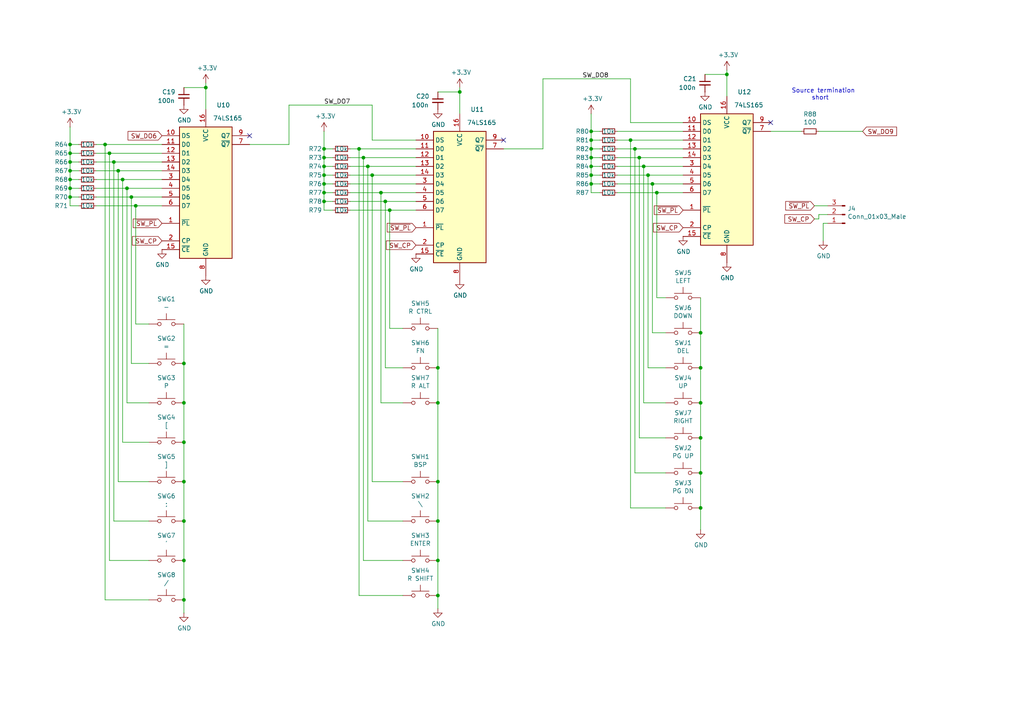
<source format=kicad_sch>
(kicad_sch (version 20250114) (generator "eeschema") (generator_version "9.0")
  (paper "A4")
  (title_block (title "67 Keyboard with Trackpoint") (date "2020-06-22") (rev "A") (company "DNBDMR"))
  (lib_symbols
    (symbol "74xx:74LS165"
      (property "Reference" "U" (at -7.62 19.05 0))
      (property "Value" "74LS165" (at -7.62 -21.59 0))
      (symbol "74LS165_1_0"
        (pin input line (at -12.7 15.24 0) (length 5.08) (name "DS") (number "10"))
        (pin input line (at -12.7 12.7 0) (length 5.08) (name "D0") (number "11"))
        (pin input line (at -12.7 10.16 0) (length 5.08) (name "D1") (number "12"))
        (pin input line (at -12.7 7.62 0) (length 5.08) (name "D2") (number "13"))
        (pin input line (at -12.7 5.08 0) (length 5.08) (name "D3") (number "14"))
        (pin input line (at -12.7 2.54 0) (length 5.08) (name "D4") (number "3"))
        (pin input line (at -12.7 0 0) (length 5.08) (name "D5") (number "4"))
        (pin input line (at -12.7 -2.54 0) (length 5.08) (name "D6") (number "5"))
        (pin input line (at -12.7 -5.08 0) (length 5.08) (name "D7") (number "6"))
        (pin input line (at -12.7 -10.16 0) (length 5.08) (name "~{PL}") (number "1"))
        (pin input line (at -12.7 -15.24 0) (length 5.08) (name "CP") (number "2"))
        (pin input line (at -12.7 -17.78 0) (length 5.08) (name "~{CE}") (number "15"))
        (pin power_in line (at 0 22.86 270) (length 5.08) (name "VCC") (number "16"))
        (pin power_in line (at 0 -25.4 90) (length 5.08) (name "GND") (number "8"))
        (pin output line (at 12.7 15.24 180) (length 5.08) (name "Q7") (number "9"))
        (pin output line (at 12.7 12.7 180) (length 5.08) (name "~{Q7}") (number "7"))
      )
      (symbol "74LS165_1_1"
        (rectangle (start -7.62 17.78) (end 7.62 -20.32) (stroke (width 0.254)) (fill (type background)))
      )
    )
    (symbol "Connector:Conn_01x03_Male" (pin_names (offset 1.016) (hide yes))
      (property "Reference" "J" (at 0 5.08 0))
      (property "Value" "Connector_Conn_01x03_Male" (at 0 -5.08 0))
      (symbol "Conn_01x03_Male_1_1"
        (rectangle (start 0.8636 2.667) (end 0 2.413) (stroke (width 0.1524)) (fill (type outline)))
        (rectangle (start 0.8636 0.127) (end 0 -0.127) (stroke (width 0.1524)) (fill (type outline)))
        (rectangle (start 0.8636 -2.413) (end 0 -2.667) (stroke (width 0.1524)) (fill (type outline)))
        (polyline (pts (xy 1.27 2.54) (xy 0.8636 2.54)) (stroke (width 0.1524)))
        (polyline (pts (xy 1.27 0) (xy 0.8636 0)) (stroke (width 0.1524)))
        (polyline (pts (xy 1.27 -2.54) (xy 0.8636 -2.54)) (stroke (width 0.1524)))
        (pin passive line (at 5.08 2.54 180) (length 3.81) (name "Pin_1") (number "1"))
        (pin passive line (at 5.08 0 180) (length 3.81) (name "Pin_2") (number "2"))
        (pin passive line (at 5.08 -2.54 180) (length 3.81) (name "Pin_3") (number "3"))
      )
    )
    (symbol "Device:C_Small" (pin_numbers (hide yes)) (pin_names (offset 0.254) (hide yes))
      (property "Reference" "C" (at 0.254 1.778 0))
      (property "Value" "C_Small" (at 0.254 -2.032 0))
      (symbol "C_Small_0_1"
        (polyline (pts (xy -1.524 0.508) (xy 1.524 0.508)) (stroke (width 0.3048)))
        (polyline (pts (xy -1.524 -0.508) (xy 1.524 -0.508)) (stroke (width 0.3302)))
      )
      (symbol "C_Small_1_1"
        (pin passive line (at 0 2.54 270) (length 2.032) (name "~") (number "1"))
        (pin passive line (at 0 -2.54 90) (length 2.032) (name "~") (number "2"))
      )
    )
    (symbol "Device:R_Small" (pin_numbers (hide yes)) (pin_names (offset 0.254) (hide yes))
      (property "Reference" "R" (at 0 0 90))
      (property "Value" "R_Small" (at 1.778 0 90))
      (symbol "R_Small_0_1"
        (rectangle (start -0.762 1.778) (end 0.762 -1.778) (stroke (width 0.2032)))
      )
      (symbol "R_Small_1_1"
        (pin passive line (at 0 2.54 270) (length 0.762) (name "~") (number "1"))
        (pin passive line (at 0 -2.54 90) (length 0.762) (name "~") (number "2"))
      )
    )
    (symbol "Switch:SW_Push" (pin_numbers (hide yes)) (pin_names (offset 1.016) (hide yes))
      (property "Reference" "SW" (at 1.27 2.54 0))
      (property "Value" "SW_Push" (at 0 -1.524 0))
      (symbol "SW_Push_0_1"
        (circle (center -2.032 0) (radius 0.508))
        (polyline (pts (xy 0 1.27) (xy 0 3.048)))
        (circle (center 2.032 0) (radius 0.508))
        (polyline (pts (xy 2.54 1.27) (xy -2.54 1.27)))
        (pin passive line (at -5.08 0 0) (length 2.54) (name "1") (number "1"))
        (pin passive line (at 5.08 0 180) (length 2.54) (name "2") (number "2"))
      )
    )
    (symbol "power:+3.3V" (power) (pin_numbers (hide yes)) (pin_names (offset 0) (hide yes))
      (property "Value" "+3.3V" (at 0 3.556 0))
      (symbol "+3.3V_0_1"
        (polyline (pts (xy -0.762 1.27) (xy 0 2.54)))
        (polyline (pts (xy 0 2.54) (xy 0.762 1.27)))
        (polyline (pts (xy 0 0) (xy 0 2.54)))
      )
      (symbol "+3.3V_1_1"
        (pin power_in line (at 0 0 90) (length 0) (name "~") (number "1"))
      )
    )
    (symbol "power:GND" (power) (pin_numbers (hide yes)) (pin_names (offset 0) (hide yes))
      (property "Value" "GND" (at 0 -3.81 0))
      (symbol "GND_0_1"
        (polyline (pts (xy 0 0) (xy 0 -1.27) (xy 1.27 -1.27) (xy 0 -2.54) (xy -1.27 -1.27) (xy 0 -1.27)))
      )
      (symbol "GND_1_1"
        (pin power_in line (at 0 0 270) (length 0) (name "~") (number "1"))
      )
    )
  )
  (text " Source termination\n       short" (at 228.6 29.21 0) (effects (font (size 1.27 1.27)) (justify left bottom)))
  (junction (at 39.37 59.69))
  (junction (at 93.98 43.18))
  (junction (at 53.34 162.56))
  (junction (at 106.68 48.26))
  (junction (at 53.34 139.7))
  (junction (at 20.32 46.99))
  (junction (at 20.32 54.61))
  (junction (at 93.98 55.88))
  (junction (at 104.14 43.18))
  (junction (at 59.69 25.4))
  (junction (at 187.96 50.8))
  (junction (at 127 151.13))
  (junction (at 171.45 53.34))
  (junction (at 53.34 151.13))
  (junction (at 93.98 50.8))
  (junction (at 171.45 40.64))
  (junction (at 171.45 38.1))
  (junction (at 203.2 137.16))
  (junction (at 107.95 50.8))
  (junction (at 203.2 127))
  (junction (at 20.32 44.45))
  (junction (at 35.56 52.07))
  (junction (at 93.98 53.34))
  (junction (at 182.88 40.64))
  (junction (at 53.34 105.41))
  (junction (at 53.34 128.27))
  (junction (at 93.98 58.42))
  (junction (at 105.41 45.72))
  (junction (at 203.2 106.68))
  (junction (at 133.35 26.67))
  (junction (at 189.23 53.34))
  (junction (at 127 106.68))
  (junction (at 113.03 60.96))
  (junction (at 127 116.84))
  (junction (at 127 162.56))
  (junction (at 186.69 48.26))
  (junction (at 203.2 96.52))
  (junction (at 34.29 49.53))
  (junction (at 93.98 48.26))
  (junction (at 171.45 43.18))
  (junction (at 171.45 45.72))
  (junction (at 30.48 41.91))
  (junction (at 210.82 21.59))
  (junction (at 184.15 43.18))
  (junction (at 127 139.7))
  (junction (at 38.1 57.15))
  (junction (at 185.42 45.72))
  (junction (at 53.34 116.84))
  (junction (at 20.32 41.91))
  (junction (at 190.5 55.88))
  (junction (at 33.02 46.99))
  (junction (at 93.98 45.72))
  (junction (at 20.32 52.07))
  (junction (at 110.49 55.88))
  (junction (at 31.75 44.45))
  (junction (at 20.32 57.15))
  (junction (at 127 172.72))
  (junction (at 36.83 54.61))
  (junction (at 171.45 48.26))
  (junction (at 20.32 49.53))
  (junction (at 203.2 147.32))
  (junction (at 111.76 58.42))
  (junction (at 171.45 50.8))
  (junction (at 203.2 116.84))
  (junction (at 53.34 173.99))
  (no_connect (at 146.05 40.64))
  (no_connect (at 72.39 39.37))
  (no_connect (at 223.52 35.56))
  (wire (pts (xy 33.02 151.13) (xy 33.02 46.99)))
  (wire (pts (xy 171.45 38.1) (xy 171.45 40.64)))
  (wire (pts (xy 190.5 55.88) (xy 198.12 55.88)))
  (wire (pts (xy 107.95 50.8) (xy 120.65 50.8)))
  (wire (pts (xy 106.68 151.13) (xy 106.68 48.26)))
  (wire (pts (xy 203.2 96.52) (xy 203.2 86.36)))
  (wire (pts (xy 186.69 116.84) (xy 186.69 48.26)))
  (wire (pts (xy 157.48 43.18) (xy 157.48 22.86)))
  (wire (pts (xy 173.99 53.34) (xy 171.45 53.34)))
  (wire (pts (xy 53.34 25.4) (xy 59.69 25.4)))
  (wire (pts (xy 22.86 41.91) (xy 20.32 41.91)))
  (wire (pts (xy 53.34 139.7) (xy 53.34 128.27)))
  (wire (pts (xy 34.29 139.7) (xy 34.29 49.53)))
  (wire (pts (xy 31.75 162.56) (xy 31.75 44.45)))
  (wire (pts (xy 20.32 54.61) (xy 20.32 57.15)))
  (wire (pts (xy 203.2 127) (xy 203.2 116.84)))
  (wire (pts (xy 204.47 21.59) (xy 210.82 21.59)))
  (wire (pts (xy 193.04 147.32) (xy 182.88 147.32)))
  (wire (pts (xy 101.6 45.72) (xy 105.41 45.72)))
  (wire (pts (xy 101.6 43.18) (xy 104.14 43.18)))
  (wire (pts (xy 27.94 44.45) (xy 31.75 44.45)))
  (wire (pts (xy 173.99 43.18) (xy 171.45 43.18)))
  (wire (pts (xy 96.52 58.42) (xy 93.98 58.42)))
  (wire (pts (xy 179.07 38.1) (xy 198.12 38.1)))
  (wire (pts (xy 173.99 40.64) (xy 171.45 40.64)))
  (wire (pts (xy 171.45 55.88) (xy 173.99 55.88)))
  (wire (pts (xy 127 176.53) (xy 127 172.72)))
  (wire (pts (xy 107.95 40.64) (xy 120.65 40.64)))
  (wire (pts (xy 127 151.13) (xy 127 139.7)))
  (wire (pts (xy 93.98 55.88) (xy 93.98 58.42)))
  (wire (pts (xy 27.94 54.61) (xy 36.83 54.61)))
  (wire (pts (xy 36.83 116.84) (xy 36.83 54.61)))
  (wire (pts (xy 93.98 50.8) (xy 93.98 53.34)))
  (wire (pts (xy 27.94 59.69) (xy 39.37 59.69)))
  (wire (pts (xy 113.03 60.96) (xy 120.65 60.96)))
  (wire (pts (xy 186.69 48.26) (xy 198.12 48.26)))
  (wire (pts (xy 127 116.84) (xy 127 106.68)))
  (wire (pts (xy 101.6 55.88) (xy 110.49 55.88)))
  (wire (pts (xy 110.49 116.84) (xy 110.49 55.88)))
  (wire (pts (xy 203.2 137.16) (xy 203.2 127)))
  (wire (pts (xy 20.32 57.15) (xy 20.32 59.69)))
  (wire (pts (xy 171.45 40.64) (xy 171.45 43.18)))
  (wire (pts (xy 185.42 45.72) (xy 198.12 45.72)))
  (wire (pts (xy 203.2 106.68) (xy 203.2 96.52)))
  (wire (pts (xy 59.69 25.4) (xy 59.69 31.75)))
  (wire (pts (xy 179.07 48.26) (xy 186.69 48.26)))
  (wire (pts (xy 101.6 53.34) (xy 120.65 53.34)))
  (wire (pts (xy 34.29 49.53) (xy 46.99 49.53)))
  (wire (pts (xy 53.34 177.8) (xy 53.34 173.99)))
  (wire (pts (xy 116.84 139.7) (xy 107.95 139.7)))
  (wire (pts (xy 93.98 45.72) (xy 93.98 48.26)))
  (wire (pts (xy 39.37 93.98) (xy 39.37 59.69)))
  (wire (pts (xy 20.32 41.91) (xy 20.32 44.45)))
  (wire (pts (xy 116.84 116.84) (xy 110.49 116.84)))
  (wire (pts (xy 105.41 162.56) (xy 105.41 45.72)))
  (wire (pts (xy 171.45 33.02) (xy 171.45 38.1)))
  (wire (pts (xy 171.45 45.72) (xy 171.45 48.26)))
  (wire (pts (xy 104.14 43.18) (xy 120.65 43.18)))
  (wire (pts (xy 20.32 52.07) (xy 20.32 54.61)))
  (wire (pts (xy 116.84 106.68) (xy 111.76 106.68)))
  (wire (pts (xy 203.2 147.32) (xy 203.2 153.67)))
  (wire (pts (xy 173.99 50.8) (xy 171.45 50.8)))
  (wire (pts (xy 27.94 52.07) (xy 35.56 52.07)))
  (wire (pts (xy 171.45 53.34) (xy 171.45 55.88)))
  (wire (pts (xy 171.45 50.8) (xy 171.45 53.34)))
  (wire (pts (xy 210.82 20.32) (xy 210.82 21.59)))
  (wire (pts (xy 189.23 53.34) (xy 198.12 53.34)))
  (wire (pts (xy 93.98 58.42) (xy 93.98 60.96)))
  (wire (pts (xy 27.94 49.53) (xy 34.29 49.53)))
  (wire (pts (xy 96.52 50.8) (xy 93.98 50.8)))
  (wire (pts (xy 193.04 86.36) (xy 190.5 86.36)))
  (wire (pts (xy 127 162.56) (xy 127 151.13)))
  (wire (pts (xy 43.18 93.98) (xy 39.37 93.98)))
  (wire (pts (xy 20.32 59.69) (xy 22.86 59.69)))
  (wire (pts (xy 111.76 106.68) (xy 111.76 58.42)))
  (wire (pts (xy 116.84 151.13) (xy 106.68 151.13)))
  (wire (pts (xy 43.18 162.56) (xy 31.75 162.56)))
  (wire (pts (xy 105.41 45.72) (xy 120.65 45.72)))
  (wire (pts (xy 113.03 95.25) (xy 113.03 60.96)))
  (wire (pts (xy 31.75 44.45) (xy 46.99 44.45)))
  (wire (pts (xy 110.49 55.88) (xy 120.65 55.88)))
  (wire (pts (xy 179.07 40.64) (xy 182.88 40.64)))
  (wire (pts (xy 53.34 105.41) (xy 53.34 93.98)))
  (wire (pts (xy 179.07 55.88) (xy 190.5 55.88)))
  (wire (pts (xy 127 172.72) (xy 127 162.56)))
  (wire (pts (xy 33.02 46.99) (xy 46.99 46.99)))
  (wire (pts (xy 22.86 49.53) (xy 20.32 49.53)))
  (wire (pts (xy 210.82 21.59) (xy 210.82 27.94)))
  (wire (pts (xy 182.88 40.64) (xy 198.12 40.64)))
  (wire (pts (xy 22.86 46.99) (xy 20.32 46.99)))
  (wire (pts (xy 237.49 63.5) (xy 237.49 62.23)))
  (wire (pts (xy 236.22 59.69) (xy 240.03 59.69)))
  (wire (pts (xy 53.34 173.99) (xy 53.34 162.56)))
  (wire (pts (xy 43.18 105.41) (xy 38.1 105.41)))
  (wire (pts (xy 27.94 41.91) (xy 30.48 41.91)))
  (wire (pts (xy 182.88 147.32) (xy 182.88 40.64)))
  (wire (pts (xy 187.96 50.8) (xy 198.12 50.8)))
  (wire (pts (xy 39.37 59.69) (xy 46.99 59.69)))
  (wire (pts (xy 193.04 96.52) (xy 189.23 96.52)))
  (wire (pts (xy 30.48 41.91) (xy 46.99 41.91)))
  (wire (pts (xy 133.35 26.67) (xy 133.35 33.02)))
  (wire (pts (xy 53.34 116.84) (xy 53.34 105.41)))
  (wire (pts (xy 104.14 172.72) (xy 104.14 43.18)))
  (wire (pts (xy 193.04 106.68) (xy 187.96 106.68)))
  (wire (pts (xy 193.04 127) (xy 185.42 127)))
  (wire (pts (xy 93.98 53.34) (xy 93.98 55.88)))
  (wire (pts (xy 43.18 116.84) (xy 36.83 116.84)))
  (wire (pts (xy 101.6 50.8) (xy 107.95 50.8)))
  (wire (pts (xy 93.98 48.26) (xy 93.98 50.8)))
  (wire (pts (xy 179.07 53.34) (xy 189.23 53.34)))
  (wire (pts (xy 72.39 41.91) (xy 83.82 41.91)))
  (wire (pts (xy 36.83 54.61) (xy 46.99 54.61)))
  (wire (pts (xy 20.32 46.99) (xy 20.32 49.53)))
  (wire (pts (xy 59.69 24.13) (xy 59.69 25.4)))
  (wire (pts (xy 173.99 45.72) (xy 171.45 45.72)))
  (wire (pts (xy 106.68 48.26) (xy 120.65 48.26)))
  (wire (pts (xy 101.6 60.96) (xy 113.03 60.96)))
  (wire (pts (xy 182.88 22.86) (xy 182.88 35.56)))
  (wire (pts (xy 127 26.67) (xy 133.35 26.67)))
  (wire (pts (xy 20.32 36.83) (xy 20.32 41.91)))
  (wire (pts (xy 203.2 147.32) (xy 203.2 137.16)))
  (wire (pts (xy 182.88 35.56) (xy 198.12 35.56)))
  (wire (pts (xy 179.07 45.72) (xy 185.42 45.72)))
  (wire (pts (xy 27.94 46.99) (xy 33.02 46.99)))
  (wire (pts (xy 96.52 53.34) (xy 93.98 53.34)))
  (wire (pts (xy 116.84 162.56) (xy 105.41 162.56)))
  (wire (pts (xy 190.5 86.36) (xy 190.5 55.88)))
  (wire (pts (xy 127 106.68) (xy 127 95.25)))
  (wire (pts (xy 101.6 48.26) (xy 106.68 48.26)))
  (wire (pts (xy 35.56 128.27) (xy 35.56 52.07)))
  (wire (pts (xy 236.22 63.5) (xy 237.49 63.5)))
  (wire (pts (xy 146.05 43.18) (xy 157.48 43.18)))
  (wire (pts (xy 157.48 22.86) (xy 182.88 22.86)))
  (wire (pts (xy 171.45 43.18) (xy 171.45 45.72)))
  (wire (pts (xy 111.76 58.42) (xy 120.65 58.42)))
  (wire (pts (xy 93.98 60.96) (xy 96.52 60.96)))
  (wire (pts (xy 22.86 44.45) (xy 20.32 44.45)))
  (wire (pts (xy 116.84 95.25) (xy 113.03 95.25)))
  (wire (pts (xy 93.98 38.1) (xy 93.98 43.18)))
  (wire (pts (xy 96.52 48.26) (xy 93.98 48.26)))
  (wire (pts (xy 96.52 45.72) (xy 93.98 45.72)))
  (wire (pts (xy 116.84 172.72) (xy 104.14 172.72)))
  (wire (pts (xy 22.86 52.07) (xy 20.32 52.07)))
  (wire (pts (xy 187.96 106.68) (xy 187.96 50.8)))
  (wire (pts (xy 20.32 44.45) (xy 20.32 46.99)))
  (wire (pts (xy 43.18 128.27) (xy 35.56 128.27)))
  (wire (pts (xy 83.82 30.48) (xy 107.95 30.48)))
  (wire (pts (xy 238.76 64.77) (xy 238.76 69.85)))
  (wire (pts (xy 232.41 38.1) (xy 223.52 38.1)))
  (wire (pts (xy 35.56 52.07) (xy 46.99 52.07)))
  (wire (pts (xy 133.35 25.4) (xy 133.35 26.67)))
  (wire (pts (xy 53.34 162.56) (xy 53.34 151.13)))
  (wire (pts (xy 237.49 62.23) (xy 240.03 62.23)))
  (wire (pts (xy 38.1 105.41) (xy 38.1 57.15)))
  (wire (pts (xy 43.18 151.13) (xy 33.02 151.13)))
  (wire (pts (xy 203.2 116.84) (xy 203.2 106.68)))
  (wire (pts (xy 127 116.84) (xy 127 139.7)))
  (wire (pts (xy 101.6 58.42) (xy 111.76 58.42)))
  (wire (pts (xy 107.95 30.48) (xy 107.95 40.64)))
  (wire (pts (xy 22.86 57.15) (xy 20.32 57.15)))
  (wire (pts (xy 30.48 173.99) (xy 30.48 41.91)))
  (wire (pts (xy 179.07 50.8) (xy 187.96 50.8)))
  (wire (pts (xy 38.1 57.15) (xy 46.99 57.15)))
  (wire (pts (xy 107.95 139.7) (xy 107.95 50.8)))
  (wire (pts (xy 173.99 38.1) (xy 171.45 38.1)))
  (wire (pts (xy 53.34 151.13) (xy 53.34 139.7)))
  (wire (pts (xy 53.34 128.27) (xy 53.34 116.84)))
  (wire (pts (xy 189.23 96.52) (xy 189.23 53.34)))
  (wire (pts (xy 96.52 43.18) (xy 93.98 43.18)))
  (wire (pts (xy 93.98 43.18) (xy 93.98 45.72)))
  (wire (pts (xy 184.15 43.18) (xy 198.12 43.18)))
  (wire (pts (xy 96.52 55.88) (xy 93.98 55.88)))
  (wire (pts (xy 171.45 48.26) (xy 171.45 50.8)))
  (wire (pts (xy 185.42 127) (xy 185.42 45.72)))
  (wire (pts (xy 20.32 49.53) (xy 20.32 52.07)))
  (wire (pts (xy 43.18 173.99) (xy 30.48 173.99)))
  (wire (pts (xy 43.18 139.7) (xy 34.29 139.7)))
  (wire (pts (xy 179.07 43.18) (xy 184.15 43.18)))
  (wire (pts (xy 173.99 48.26) (xy 171.45 48.26)))
  (wire (pts (xy 27.94 57.15) (xy 38.1 57.15)))
  (wire (pts (xy 83.82 41.91) (xy 83.82 30.48)))
  (wire (pts (xy 22.86 54.61) (xy 20.32 54.61)))
  (wire (pts (xy 184.15 137.16) (xy 184.15 43.18)))
  (wire (pts (xy 250.19 38.1) (xy 237.49 38.1)))
  (wire (pts (xy 240.03 64.77) (xy 238.76 64.77)))
  (wire (pts (xy 193.04 137.16) (xy 184.15 137.16)))
  (wire (pts (xy 193.04 116.84) (xy 186.69 116.84)))
  (label "SW_DO8" (at 168.91 22.86 0))
  (label "SW_DO7" (at 93.98 30.48 0))
  (global_label "SW_CP" (shape input) (at 46.99 69.85 180) (property "Intersheetrefs" "${INTERSHEET_REFS}" (effects (hide yes))))
  (global_label "~{SW_PL}" (shape input) (at 236.22 59.69 180) (property "Intersheetrefs" "${INTERSHEET_REFS}" (effects (hide yes))))
  (global_label "SW_DO9" (shape input) (at 250.19 38.1 0) (property "Intersheetrefs" "${INTERSHEET_REFS}" (effects (hide yes))))
  (global_label "~{SW_PL}" (shape input) (at 198.12 60.96 180) (property "Intersheetrefs" "${INTERSHEET_REFS}" (effects (hide yes))))
  (global_label "SW_CP" (shape input) (at 120.65 71.12 180) (property "Intersheetrefs" "${INTERSHEET_REFS}" (effects (hide yes))))
  (global_label "SW_CP" (shape input) (at 236.22 63.5 180) (property "Intersheetrefs" "${INTERSHEET_REFS}" (effects (hide yes))))
  (global_label "~{SW_PL}" (shape input) (at 46.99 64.77 180) (property "Intersheetrefs" "${INTERSHEET_REFS}" (effects (hide yes))))
  (global_label "~{SW_PL}" (shape input) (at 120.65 66.04 180) (property "Intersheetrefs" "${INTERSHEET_REFS}" (effects (hide yes))))
  (global_label "SW_CP" (shape input) (at 198.12 66.04 180) (property "Intersheetrefs" "${INTERSHEET_REFS}" (effects (hide yes))))
  (global_label "SW_DO6" (shape input) (at 46.99 39.37 180) (property "Intersheetrefs" "${INTERSHEET_REFS}" (effects (hide yes))))
  (symbol (lib_id "Switch:SW_Push") (at 48.26 93.98 0) (unit 1)
    (property "Reference" "SWG1" (at 48.26 86.741 0))
    (property "Value" "-" (at 48.26 89.0524 0))
    (property "Footprint" "Button_Switch_Keyboard:SW_Cherry_MX_1.00u_PCB" (effects (hide yes)))
  )
  (symbol (lib_id "Switch:SW_Push") (at 48.26 105.41 0) (unit 1)
    (property "Reference" "SWG2" (at 48.26 98.171 0))
    (property "Value" "=" (at 48.26 100.4824 0))
    (property "Footprint" "Button_Switch_Keyboard:SW_Cherry_MX_1.00u_PCB" (effects (hide yes)))
  )
  (symbol (lib_id "Switch:SW_Push") (at 121.92 139.7 0) (unit 1)
    (property "Reference" "SWH1" (at 121.92 132.461 0))
    (property "Value" "BSP" (at 121.92 134.7724 0))
    (property "Footprint" "Button_Switch_Keyboard:SW_Cherry_MX_2.00u_PCB" (effects (hide yes)))
  )
  (symbol (lib_id "Switch:SW_Push") (at 198.12 106.68 0) (unit 1)
    (property "Reference" "SWJ1" (at 198.12 99.441 0))
    (property "Value" "DEL" (at 198.12 101.7524 0))
    (property "Footprint" "Button_Switch_Keyboard:SW_Cherry_MX_1.00u_PCB" (effects (hide yes)))
  )
  (symbol (lib_id "Switch:SW_Push") (at 48.26 128.27 0) (unit 1)
    (property "Reference" "SWG4" (at 48.26 121.031 0))
    (property "Value" "[" (at 48.26 123.3424 0))
    (property "Footprint" "Button_Switch_Keyboard:SW_Cherry_MX_1.00u_PCB" (effects (hide yes)))
  )
  (symbol (lib_id "Switch:SW_Push") (at 48.26 139.7 0) (unit 1)
    (property "Reference" "SWG5" (at 48.26 132.461 0))
    (property "Value" "]" (at 48.26 134.7724 0))
    (property "Footprint" "Button_Switch_Keyboard:SW_Cherry_MX_1.00u_PCB" (effects (hide yes)))
  )
  (symbol (lib_id "Switch:SW_Push") (at 121.92 151.13 0) (unit 1)
    (property "Reference" "SWH2" (at 121.92 143.891 0))
    (property "Value" "\\" (at 121.92 146.2024 0))
    (property "Footprint" "Button_Switch_Keyboard:SW_Cherry_MX_1.50u_PCB" (effects (hide yes)))
  )
  (symbol (lib_id "Switch:SW_Push") (at 198.12 137.16 0) (unit 1)
    (property "Reference" "SWJ2" (at 198.12 129.921 0))
    (property "Value" "PG UP" (at 198.12 132.2324 0))
    (property "Footprint" "Button_Switch_Keyboard:SW_Cherry_MX_1.00u_PCB" (effects (hide yes)))
  )
  (symbol (lib_id "Switch:SW_Push") (at 48.26 162.56 0) (unit 1)
    (property "Reference" "SWG7" (at 48.26 155.321 0))
    (property "Value" "'" (at 48.26 157.6324 0))
    (property "Footprint" "Button_Switch_Keyboard:SW_Cherry_MX_1.00u_PCB" (effects (hide yes)))
  )
  (symbol (lib_id "Switch:SW_Push") (at 121.92 162.56 0) (unit 1)
    (property "Reference" "SWH3" (at 121.92 155.321 0))
    (property "Value" "ENTER" (at 121.92 157.6324 0))
    (property "Footprint" "Button_Switch_Keyboard:SW_Cherry_MX_2.25u_PCB" (effects (hide yes)))
  )
  (symbol (lib_id "Switch:SW_Push") (at 198.12 147.32 0) (unit 1)
    (property "Reference" "SWJ3" (at 198.12 140.081 0))
    (property "Value" "PG DN" (at 198.12 142.3924 0))
    (property "Footprint" "Button_Switch_Keyboard:SW_Cherry_MX_1.00u_PCB" (effects (hide yes)))
  )
  (symbol (lib_id "Device:R_Small") (at 234.95 38.1 270) (unit 1)
    (property "Reference" "R88" (at 234.95 33.1216 90))
    (property "Value" "100" (at 234.95 35.433 90))
    (property "Footprint" "Resistor_SMD:R_0603_1608Metric_Pad1.05x0.95mm_HandSolder" (effects (hide yes)))
  )
  (symbol (lib_id "Switch:SW_Push") (at 48.26 173.99 0) (unit 1)
    (property "Reference" "SWG8" (at 48.26 166.751 0))
    (property "Value" "/" (at 48.26 169.0624 0))
    (property "Footprint" "Button_Switch_Keyboard:SW_Cherry_MX_1.00u_PCB" (effects (hide yes)))
  )
  (symbol (lib_id "Switch:SW_Push") (at 121.92 172.72 0) (unit 1)
    (property "Reference" "SWH4" (at 121.92 165.481 0))
    (property "Value" "R SHIFT" (at 121.92 167.7924 0))
    (property "Footprint" "Button_Switch_Keyboard:SW_Cherry_MX_2.75u_PCB" (effects (hide yes)))
  )
  (symbol (lib_id "Switch:SW_Push") (at 198.12 116.84 0) (unit 1)
    (property "Reference" "SWJ4" (at 198.12 109.601 0))
    (property "Value" "UP" (at 198.12 111.9124 0))
    (property "Footprint" "Button_Switch_Keyboard:SW_Cherry_MX_1.00u_PCB" (effects (hide yes)))
  )
  (symbol (lib_id "Switch:SW_Push") (at 121.92 116.84 0) (unit 1)
    (property "Reference" "SWH7" (at 121.92 109.601 0))
    (property "Value" "R ALT" (at 121.92 111.9124 0))
    (property "Footprint" "Button_Switch_Keyboard:SW_Cherry_MX_1.25u_PCB" (effects (hide yes)))
  )
  (symbol (lib_id "Switch:SW_Push") (at 121.92 106.68 0) (unit 1)
    (property "Reference" "SWH6" (at 121.92 99.441 0))
    (property "Value" "FN" (at 121.92 101.7524 0))
    (property "Footprint" "Button_Switch_Keyboard:SW_Cherry_MX_1.25u_PCB" (effects (hide yes)))
  )
  (symbol (lib_id "Switch:SW_Push") (at 198.12 86.36 0) (unit 1)
    (property "Reference" "SWJ5" (at 198.12 79.121 0))
    (property "Value" "LEFT" (at 198.12 81.4324 0))
    (property "Footprint" "Button_Switch_Keyboard:SW_Cherry_MX_1.00u_PCB" (effects (hide yes)))
  )
  (symbol (lib_id "Switch:SW_Push") (at 198.12 96.52 0) (unit 1)
    (property "Reference" "SWJ6" (at 198.12 89.281 0))
    (property "Value" "DOWN" (at 198.12 91.5924 0))
    (property "Footprint" "Button_Switch_Keyboard:SW_Cherry_MX_1.00u_PCB" (effects (hide yes)))
  )
  (symbol (lib_id "Switch:SW_Push") (at 198.12 127 0) (unit 1)
    (property "Reference" "SWJ7" (at 198.12 119.761 0))
    (property "Value" "RIGHT" (at 198.12 122.0724 0))
    (property "Footprint" "Button_Switch_Keyboard:SW_Cherry_MX_1.00u_PCB" (effects (hide yes)))
  )
  (symbol (lib_id "Switch:SW_Push") (at 121.92 95.25 0) (unit 1)
    (property "Reference" "SWH5" (at 121.92 88.011 0))
    (property "Value" "R CTRL" (at 121.92 90.3224 0))
    (property "Footprint" "Button_Switch_Keyboard:SW_Cherry_MX_1.25u_PCB" (effects (hide yes)))
  )
  (symbol (lib_id "power:GND") (at 238.76 69.85 0) (unit 1)
    (property "Reference" "#PWR0111" (effects (hide yes)))
    (property "Value" "GND" (at 238.887 74.2442 0))
  )
  (symbol (lib_id "Connector:Conn_01x03_Male") (at 245.11 62.23 180) (unit 1)
    (property "Reference" "J4" (at 245.8212 60.5028 0) (effects (justify right)))
    (property "Value" "Conn_01x03_Male" (at 245.8212 62.8142 0) (effects (justify right)))
    (property "Footprint" "Connector_PinHeader_2.54mm:PinHeader_1x03_P2.54mm_Vertical" (effects (hide yes)))
  )
  (symbol (lib_id "Switch:SW_Push") (at 48.26 116.84 0) (unit 1)
    (property "Reference" "SWG3" (at 48.26 109.601 0))
    (property "Value" "P" (at 48.26 111.9124 0))
    (property "Footprint" "Button_Switch_Keyboard:SW_Cherry_MX_1.00u_PCB" (effects (hide yes)))
  )
  (symbol (lib_id "Switch:SW_Push") (at 48.26 151.13 0) (unit 1)
    (property "Reference" "SWG6" (at 48.26 143.891 0))
    (property "Value" ";" (at 48.26 146.2024 0))
    (property "Footprint" "Button_Switch_Keyboard:SW_Cherry_MX_1.00u_PCB" (effects (hide yes)))
  )
  (symbol (lib_id "power:GND") (at 203.2 153.67 0) (unit 1)
    (property "Reference" "#PWR0101" (effects (hide yes)))
    (property "Value" "GND" (at 203.327 158.0642 0))
  )
  (symbol (lib_id "power:GND") (at 127 176.53 0) (unit 1)
    (property "Reference" "#PWR096" (effects (hide yes)))
    (property "Value" "GND" (at 127.127 180.9242 0))
  )
  (symbol (lib_id "power:GND") (at 53.34 177.8 0) (unit 1)
    (property "Reference" "#PWR090" (effects (hide yes)))
    (property "Value" "GND" (at 53.467 182.1942 0))
  )
  (symbol (lib_id "74xx:74LS165") (at 59.69 54.61 0) (unit 1)
    (property "Reference" "U10" (at 64.77 30.48 0))
    (property "Value" "74LS165" (at 66.04 34.29 0))
    (property "Footprint" "Package_SO:TSSOP-16_4.4x5mm_P0.65mm" (effects (hide yes)))
    (property "Datasheet" "http://www.ti.com/lit/gpn/sn74LS165" (effects (hide yes)))
  )
  (symbol (lib_id "Device:R_Small") (at 25.4 41.91 270) (unit 1)
    (property "Reference" "R64" (at 17.78 41.91 90))
    (property "Value" "10k" (at 25.4 41.91 90))
    (property "Footprint" "Resistor_SMD:R_0603_1608Metric_Pad1.05x0.95mm_HandSolder" (effects (hide yes)))
  )
  (symbol (lib_id "Device:R_Small") (at 25.4 44.45 270) (unit 1)
    (property "Reference" "R65" (at 17.78 44.45 90))
    (property "Value" "10k" (at 25.4 44.45 90))
    (property "Footprint" "Resistor_SMD:R_0603_1608Metric_Pad1.05x0.95mm_HandSolder" (effects (hide yes)))
  )
  (symbol (lib_id "Device:R_Small") (at 25.4 46.99 270) (unit 1)
    (property "Reference" "R66" (at 17.78 46.99 90))
    (property "Value" "10k" (at 25.4 46.99 90))
    (property "Footprint" "Resistor_SMD:R_0603_1608Metric_Pad1.05x0.95mm_HandSolder" (effects (hide yes)))
  )
  (symbol (lib_id "Device:R_Small") (at 25.4 49.53 270) (unit 1)
    (property "Reference" "R67" (at 17.78 49.53 90))
    (property "Value" "10k" (at 25.4 49.53 90))
    (property "Footprint" "Resistor_SMD:R_0603_1608Metric_Pad1.05x0.95mm_HandSolder" (effects (hide yes)))
  )
  (symbol (lib_id "Device:R_Small") (at 25.4 52.07 270) (unit 1)
    (property "Reference" "R68" (at 17.78 52.07 90))
    (property "Value" "10k" (at 25.4 52.07 90))
    (property "Footprint" "Resistor_SMD:R_0603_1608Metric_Pad1.05x0.95mm_HandSolder" (effects (hide yes)))
  )
  (symbol (lib_id "Device:R_Small") (at 25.4 54.61 270) (unit 1)
    (property "Reference" "R69" (at 17.78 54.61 90))
    (property "Value" "10k" (at 25.4 54.61 90))
    (property "Footprint" "Resistor_SMD:R_0603_1608Metric_Pad1.05x0.95mm_HandSolder" (effects (hide yes)))
  )
  (symbol (lib_id "Device:R_Small") (at 25.4 57.15 270) (unit 1)
    (property "Reference" "R70" (at 17.78 57.15 90))
    (property "Value" "10k" (at 25.4 57.15 90))
    (property "Footprint" "Resistor_SMD:R_0603_1608Metric_Pad1.05x0.95mm_HandSolder" (effects (hide yes)))
  )
  (symbol (lib_id "Device:R_Small") (at 25.4 59.69 270) (unit 1)
    (property "Reference" "R71" (at 17.78 59.69 90))
    (property "Value" "10k" (at 25.4 59.69 90))
    (property "Footprint" "Resistor_SMD:R_0603_1608Metric_Pad1.05x0.95mm_HandSolder" (effects (hide yes)))
  )
  (symbol (lib_id "power:GND") (at 46.99 72.39 0) (unit 1)
    (property "Reference" "#PWR088" (effects (hide yes)))
    (property "Value" "GND" (at 47.117 76.7842 0))
  )
  (symbol (lib_id "power:GND") (at 59.69 80.01 0) (unit 1)
    (property "Reference" "#PWR092" (effects (hide yes)))
    (property "Value" "GND" (at 59.817 84.4042 0))
  )
  (symbol (lib_id "power:+3.3V") (at 59.69 24.13 0) (unit 1)
    (property "Reference" "#PWR091" (effects (hide yes)))
    (property "Value" "+3.3V" (at 60.071 19.7358 0))
  )
  (symbol (lib_id "Device:C_Small") (at 53.34 27.94 0) (unit 1)
    (property "Reference" "C19" (at 46.99 26.67 0) (effects (justify left)))
    (property "Value" "100n" (at 45.72 29.21 0) (effects (justify left)))
    (property "Footprint" "Capacitor_SMD:C_0603_1608Metric_Pad1.05x0.95mm_HandSolder" (effects (hide yes)))
  )
  (symbol (lib_id "power:GND") (at 53.34 30.48 0) (unit 1)
    (property "Reference" "#PWR089" (effects (hide yes)))
    (property "Value" "GND" (at 53.467 34.8742 0))
  )
  (symbol (lib_id "power:+3.3V") (at 20.32 36.83 0) (unit 1)
    (property "Reference" "#PWR087" (effects (hide yes)))
    (property "Value" "+3.3V" (at 20.701 32.4358 0))
  )
  (symbol (lib_id "74xx:74LS165") (at 133.35 55.88 0) (unit 1)
    (property "Reference" "U11" (at 138.43 31.75 0))
    (property "Value" "74LS165" (at 139.7 35.56 0))
    (property "Footprint" "Package_SO:TSSOP-16_4.4x5mm_P0.65mm" (effects (hide yes)))
    (property "Datasheet" "http://www.ti.com/lit/gpn/sn74LS165" (effects (hide yes)))
  )
  (symbol (lib_id "Device:R_Small") (at 99.06 43.18 270) (unit 1)
    (property "Reference" "R72" (at 91.44 43.18 90))
    (property "Value" "10k" (at 99.06 43.18 90))
    (property "Footprint" "Resistor_SMD:R_0603_1608Metric_Pad1.05x0.95mm_HandSolder" (effects (hide yes)))
  )
  (symbol (lib_id "Device:R_Small") (at 99.06 45.72 270) (unit 1)
    (property "Reference" "R73" (at 91.44 45.72 90))
    (property "Value" "10k" (at 99.06 45.72 90))
    (property "Footprint" "Resistor_SMD:R_0603_1608Metric_Pad1.05x0.95mm_HandSolder" (effects (hide yes)))
  )
  (symbol (lib_id "Device:R_Small") (at 99.06 48.26 270) (unit 1)
    (property "Reference" "R74" (at 91.44 48.26 90))
    (property "Value" "10k" (at 99.06 48.26 90))
    (property "Footprint" "Resistor_SMD:R_0603_1608Metric_Pad1.05x0.95mm_HandSolder" (effects (hide yes)))
  )
  (symbol (lib_id "Device:R_Small") (at 99.06 50.8 270) (unit 1)
    (property "Reference" "R75" (at 91.44 50.8 90))
    (property "Value" "10k" (at 99.06 50.8 90))
    (property "Footprint" "Resistor_SMD:R_0603_1608Metric_Pad1.05x0.95mm_HandSolder" (effects (hide yes)))
  )
  (symbol (lib_id "Device:R_Small") (at 99.06 53.34 270) (unit 1)
    (property "Reference" "R76" (at 91.44 53.34 90))
    (property "Value" "10k" (at 99.06 53.34 90))
    (property "Footprint" "Resistor_SMD:R_0603_1608Metric_Pad1.05x0.95mm_HandSolder" (effects (hide yes)))
  )
  (symbol (lib_id "Device:R_Small") (at 99.06 55.88 270) (unit 1)
    (property "Reference" "R77" (at 91.44 55.88 90))
    (property "Value" "10k" (at 99.06 55.88 90))
    (property "Footprint" "Resistor_SMD:R_0603_1608Metric_Pad1.05x0.95mm_HandSolder" (effects (hide yes)))
  )
  (symbol (lib_id "Device:R_Small") (at 99.06 58.42 270) (unit 1)
    (property "Reference" "R78" (at 91.44 58.42 90))
    (property "Value" "10k" (at 99.06 58.42 90))
    (property "Footprint" "Resistor_SMD:R_0603_1608Metric_Pad1.05x0.95mm_HandSolder" (effects (hide yes)))
  )
  (symbol (lib_id "Device:R_Small") (at 99.06 60.96 270) (unit 1)
    (property "Reference" "R79" (at 91.44 60.96 90))
    (property "Value" "10k" (at 99.06 60.96 90))
    (property "Footprint" "Resistor_SMD:R_0603_1608Metric_Pad1.05x0.95mm_HandSolder" (effects (hide yes)))
  )
  (symbol (lib_id "power:GND") (at 120.65 73.66 0) (unit 1)
    (property "Reference" "#PWR094" (effects (hide yes)))
    (property "Value" "GND" (at 120.777 78.0542 0))
  )
  (symbol (lib_id "power:GND") (at 133.35 81.28 0) (unit 1)
    (property "Reference" "#PWR098" (effects (hide yes)))
    (property "Value" "GND" (at 133.477 85.6742 0))
  )
  (symbol (lib_id "power:+3.3V") (at 133.35 25.4 0) (unit 1)
    (property "Reference" "#PWR097" (effects (hide yes)))
    (property "Value" "+3.3V" (at 133.731 21.0058 0))
  )
  (symbol (lib_id "Device:C_Small") (at 127 29.21 0) (unit 1)
    (property "Reference" "C20" (at 120.65 27.94 0) (effects (justify left)))
    (property "Value" "100n" (at 119.38 30.48 0) (effects (justify left)))
    (property "Footprint" "Capacitor_SMD:C_0603_1608Metric_Pad1.05x0.95mm_HandSolder" (effects (hide yes)))
  )
  (symbol (lib_id "power:GND") (at 127 31.75 0) (unit 1)
    (property "Reference" "#PWR095" (effects (hide yes)))
    (property "Value" "GND" (at 127.127 36.1442 0))
  )
  (symbol (lib_id "power:+3.3V") (at 93.98 38.1 0) (unit 1)
    (property "Reference" "#PWR093" (effects (hide yes)))
    (property "Value" "+3.3V" (at 94.361 33.7058 0))
  )
  (symbol (lib_id "74xx:74LS165") (at 210.82 50.8 0) (unit 1)
    (property "Reference" "U12" (at 215.9 26.67 0))
    (property "Value" "74LS165" (at 217.17 30.48 0))
    (property "Footprint" "Package_SO:TSSOP-16_4.4x5mm_P0.65mm" (effects (hide yes)))
    (property "Datasheet" "http://www.ti.com/lit/gpn/sn74LS165" (effects (hide yes)))
  )
  (symbol (lib_id "Device:R_Small") (at 176.53 38.1 270) (unit 1)
    (property "Reference" "R80" (at 168.91 38.1 90))
    (property "Value" "10k" (at 176.53 38.1 90))
    (property "Footprint" "Resistor_SMD:R_0603_1608Metric_Pad1.05x0.95mm_HandSolder" (effects (hide yes)))
  )
  (symbol (lib_id "Device:R_Small") (at 176.53 40.64 270) (unit 1)
    (property "Reference" "R81" (at 168.91 40.64 90))
    (property "Value" "10k" (at 176.53 40.64 90))
    (property "Footprint" "Resistor_SMD:R_0603_1608Metric_Pad1.05x0.95mm_HandSolder" (effects (hide yes)))
  )
  (symbol (lib_id "Device:R_Small") (at 176.53 43.18 270) (unit 1)
    (property "Reference" "R82" (at 168.91 43.18 90))
    (property "Value" "10k" (at 176.53 43.18 90))
    (property "Footprint" "Resistor_SMD:R_0603_1608Metric_Pad1.05x0.95mm_HandSolder" (effects (hide yes)))
  )
  (symbol (lib_id "Device:R_Small") (at 176.53 45.72 270) (unit 1)
    (property "Reference" "R83" (at 168.91 45.72 90))
    (property "Value" "10k" (at 176.53 45.72 90))
    (property "Footprint" "Resistor_SMD:R_0603_1608Metric_Pad1.05x0.95mm_HandSolder" (effects (hide yes)))
  )
  (symbol (lib_id "Device:R_Small") (at 176.53 48.26 270) (unit 1)
    (property "Reference" "R84" (at 168.91 48.26 90))
    (property "Value" "10k" (at 176.53 48.26 90))
    (property "Footprint" "Resistor_SMD:R_0603_1608Metric_Pad1.05x0.95mm_HandSolder" (effects (hide yes)))
  )
  (symbol (lib_id "Device:R_Small") (at 176.53 50.8 270) (unit 1)
    (property "Reference" "R85" (at 168.91 50.8 90))
    (property "Value" "10k" (at 176.53 50.8 90))
    (property "Footprint" "Resistor_SMD:R_0603_1608Metric_Pad1.05x0.95mm_HandSolder" (effects (hide yes)))
  )
  (symbol (lib_id "Device:R_Small") (at 176.53 53.34 270) (unit 1)
    (property "Reference" "R86" (at 168.91 53.34 90))
    (property "Value" "10k" (at 176.53 53.34 90))
    (property "Footprint" "Resistor_SMD:R_0603_1608Metric_Pad1.05x0.95mm_HandSolder" (effects (hide yes)))
  )
  (symbol (lib_id "Device:R_Small") (at 176.53 55.88 270) (unit 1)
    (property "Reference" "R87" (at 168.91 55.88 90))
    (property "Value" "10k" (at 176.53 55.88 90))
    (property "Footprint" "Resistor_SMD:R_0603_1608Metric_Pad1.05x0.95mm_HandSolder" (effects (hide yes)))
  )
  (symbol (lib_id "power:GND") (at 198.12 68.58 0) (unit 1)
    (property "Reference" "#PWR0100" (effects (hide yes)))
    (property "Value" "GND" (at 198.247 72.9742 0))
  )
  (symbol (lib_id "power:GND") (at 210.82 76.2 0) (unit 1)
    (property "Reference" "#PWR0104" (effects (hide yes)))
    (property "Value" "GND" (at 210.947 80.5942 0))
  )
  (symbol (lib_id "power:+3.3V") (at 210.82 20.32 0) (unit 1)
    (property "Reference" "#PWR0103" (effects (hide yes)))
    (property "Value" "+3.3V" (at 211.201 15.9258 0))
  )
  (symbol (lib_id "Device:C_Small") (at 204.47 24.13 0) (unit 1)
    (property "Reference" "C21" (at 198.12 22.86 0) (effects (justify left)))
    (property "Value" "100n" (at 196.85 25.4 0) (effects (justify left)))
    (property "Footprint" "Capacitor_SMD:C_0603_1608Metric_Pad1.05x0.95mm_HandSolder" (effects (hide yes)))
  )
  (symbol (lib_id "power:GND") (at 204.47 26.67 0) (unit 1)
    (property "Reference" "#PWR0102" (effects (hide yes)))
    (property "Value" "GND" (at 204.597 31.0642 0))
  )
  (symbol (lib_id "power:+3.3V") (at 171.45 33.02 0) (unit 1)
    (property "Reference" "#PWR099" (effects (hide yes)))
    (property "Value" "+3.3V" (at 171.831 28.6258 0))
  )
)
</source>
